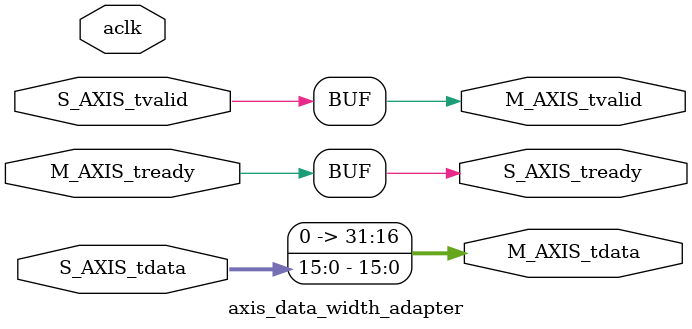
<source format=sv>
`timescale 1ns / 1ps

module axis_data_width_adapter #
(
    parameter integer                       AXIS_TDATA_WIDTH_IN     = 16,
    parameter integer                       AXIS_TDATA_WIDTH_OUT    = 32
)
(
    // signals
    input  wire                             aclk,
    
    // axis slave
    input  wire                             S_AXIS_tvalid,
    input  wire [AXIS_TDATA_WIDTH_IN-1:0]   S_AXIS_tdata,
    output wire                             S_AXIS_tready,
    
    // axis master
    input  wire                             M_AXIS_tready,
    output wire                             M_AXIS_tvalid,
    output wire [AXIS_TDATA_WIDTH_OUT-1:0]  M_AXIS_tdata
);          
 
    assign M_AXIS_tvalid                    = S_AXIS_tvalid;   
    assign M_AXIS_tdata                     = {{(AXIS_TDATA_WIDTH_IN - AXIS_TDATA_WIDTH_OUT){1'b0}}, S_AXIS_tdata};
    assign S_AXIS_tready                    = M_AXIS_tready;

endmodule
</source>
